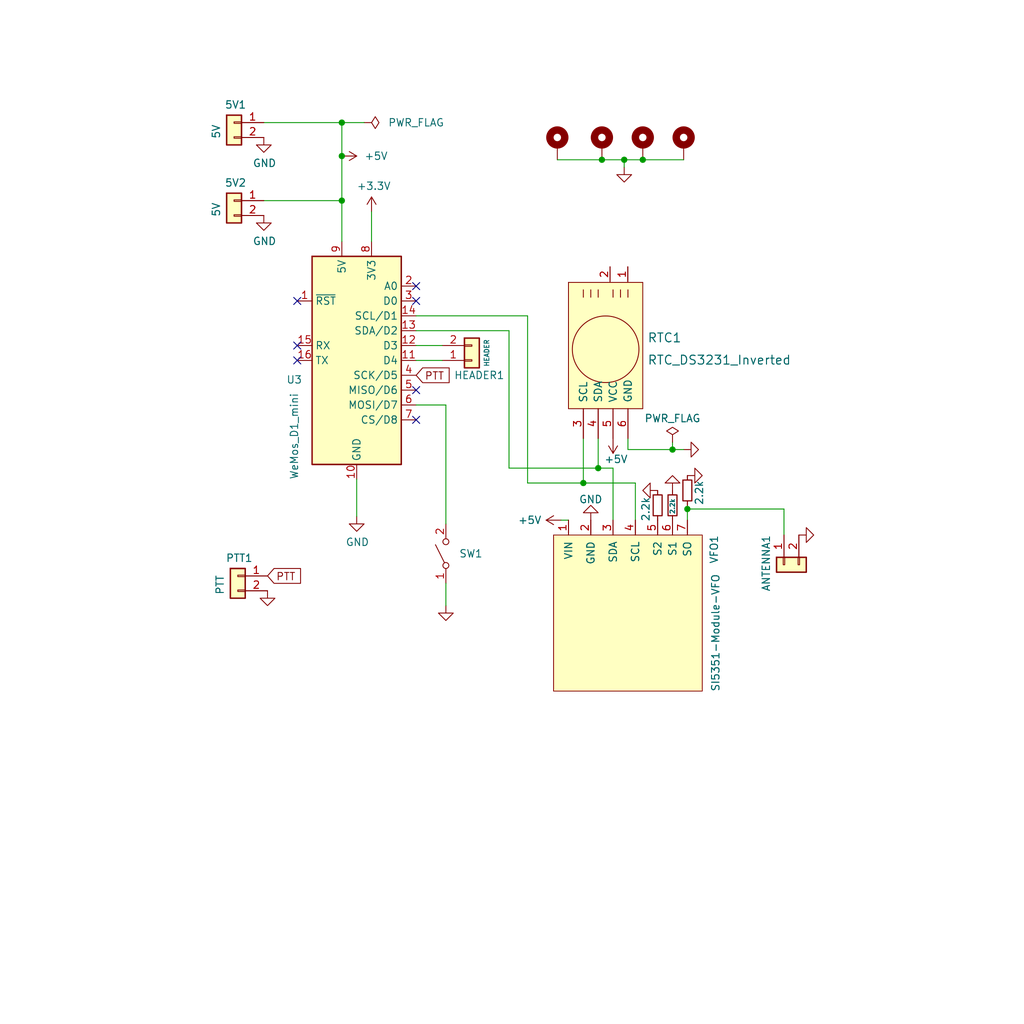
<source format=kicad_sch>
(kicad_sch (version 20211123) (generator eeschema)
  (paper "User" 175.006 175.006)
  (title_block (title "Easy-Digital-Beacons") (date "2022-11-20") (rev "V0.03") (company "Dhiru Kholia (VU3CER)"))
  (lib_symbols
    (symbol "Connector_Generic:Conn_01x02" (pin_names (offset 1.016) hide)
      (property "Reference" "J" (at 0 2.54 0))
      (property "Value" "Conn_01x02" (at 0 -5.08 0))
      (symbol "Conn_01x02_1_1"
        (rectangle (start -1.27 -2.413) (end 0 -2.667) (stroke (width 0.1524)))
        (rectangle (start -1.27 0.127) (end 0 -0.127) (stroke (width 0.1524)))
        (rectangle (start -1.27 1.27) (end 1.27 -3.81) (stroke (width 0.254)) (fill (type background)))
        (pin passive line (at -5.08 0 0) (length 3.81) (name "Pin_1") (number "1"))
        (pin passive line (at -5.08 -2.54 0) (length 3.81) (name "Pin_2") (number "2"))
      )
    )
    (symbol "Control-Board-rescue:SI5351Module_2-VFO-SDR_SSB-rescue-Hack-v1-rescue" (pin_names (offset 1.016))
      (property "Reference" "U" (at 0 0 0))
      (property "Value" "SI5351Module_2-VFO-SDR_SSB-rescue-Hack-v1-rescue" (at 0 0 0))
      (symbol "SI5351Module_2-VFO-SDR_SSB-rescue-Hack-v1-rescue_0_1"
        (rectangle (start -12.7 12.7) (end 13.97 -12.7) (fill (type background)))
      )
      (symbol "SI5351Module_2-VFO-SDR_SSB-rescue-Hack-v1-rescue_1_1"
        (pin input line (at -15.24 -10.16 0) (length 2.54) (name "VIN") (number "1"))
        (pin input line (at -15.24 -6.35 0) (length 2.54) (name "GND") (number "2"))
        (pin input line (at -15.24 -2.54 0) (length 2.54) (name "SDA") (number "3"))
        (pin input line (at -15.24 1.27 0) (length 2.54) (name "SCL") (number "4"))
        (pin output line (at -15.24 5.08 0) (length 2.54) (name "S2") (number "5"))
        (pin output line (at -15.24 7.62 0) (length 2.54) (name "S1") (number "6"))
        (pin output line (at -15.24 10.16 0) (length 2.54) (name "SO") (number "7"))
      )
    )
    (symbol "Device:R_Small" (pin_numbers hide) (pin_names (offset 0.254) hide)
      (property "Reference" "R" (at 0.762 0.508 0))
      (property "Value" "R_Small" (at 0.762 -1.016 0))
      (symbol "R_Small_0_1"
        (rectangle (start -0.762 1.778) (end 0.762 -1.778) (stroke (width 0.2032)))
      )
      (symbol "R_Small_1_1"
        (pin passive line (at 0 2.54 270) (length 0.762) (name "~") (number "1"))
        (pin passive line (at 0 -2.54 90) (length 0.762) (name "~") (number "2"))
      )
    )
    (symbol "MCU_Module:WeMos_D1_mini"
      (property "Reference" "U" (at 3.81 19.05 0))
      (property "Value" "WeMos_D1_mini" (at 1.27 -19.05 0))
      (symbol "WeMos_D1_mini_1_1"
        (rectangle (start -7.62 17.78) (end 7.62 -17.78) (stroke (width 0.254)) (fill (type background)))
        (pin input line (at -10.16 10.16 0) (length 2.54) (name "~{RST}") (number "1"))
        (pin power_in line (at 0 -20.32 90) (length 2.54) (name "GND") (number "10"))
        (pin bidirectional line (at 10.16 0 180) (length 2.54) (name "D4") (number "11"))
        (pin bidirectional line (at 10.16 2.54 180) (length 2.54) (name "D3") (number "12"))
        (pin bidirectional line (at 10.16 5.08 180) (length 2.54) (name "SDA/D2") (number "13"))
        (pin bidirectional line (at 10.16 7.62 180) (length 2.54) (name "SCL/D1") (number "14"))
        (pin input line (at -10.16 2.54 0) (length 2.54) (name "RX") (number "15"))
        (pin output line (at -10.16 0 0) (length 2.54) (name "TX") (number "16"))
        (pin input line (at 10.16 12.7 180) (length 2.54) (name "A0") (number "2"))
        (pin bidirectional line (at 10.16 10.16 180) (length 2.54) (name "D0") (number "3"))
        (pin bidirectional line (at 10.16 -2.54 180) (length 2.54) (name "SCK/D5") (number "4"))
        (pin bidirectional line (at 10.16 -5.08 180) (length 2.54) (name "MISO/D6") (number "5"))
        (pin bidirectional line (at 10.16 -7.62 180) (length 2.54) (name "MOSI/D7") (number "6"))
        (pin bidirectional line (at 10.16 -10.16 180) (length 2.54) (name "CS/D8") (number "7"))
        (pin power_out line (at 2.54 20.32 270) (length 2.54) (name "3V3") (number "8"))
        (pin power_in line (at -2.54 20.32 270) (length 2.54) (name "5V") (number "9"))
      )
    )
    (symbol "Mechanical:MountingHole_Pad" (pin_numbers hide) (pin_names (offset 1.016) hide)
      (property "Reference" "H" (at 0 6.35 0))
      (property "Value" "MountingHole_Pad" (at 0 4.445 0))
      (symbol "MountingHole_Pad_0_1"
        (circle (center 0 1.27) (radius 1.27) (stroke (width 1.27)))
      )
      (symbol "MountingHole_Pad_1_1"
        (pin input line (at 0 -2.54 90) (length 2.54) (name "1") (number "1"))
      )
    )
    (symbol "Switch:SW_SPST" (pin_names (offset 0) hide)
      (property "Reference" "SW" (at 0 3.175 0))
      (property "Value" "SW_SPST" (at 0 -2.54 0))
      (symbol "SW_SPST_0_0"
        (circle (center -2.032 0) (radius 0.508))
        (polyline (pts (xy -1.524 0.254) (xy 1.524 1.778)))
        (circle (center 2.032 0) (radius 0.508))
      )
      (symbol "SW_SPST_1_1"
        (pin passive line (at -5.08 0 0) (length 2.54) (name "A") (number "1"))
        (pin passive line (at 5.08 0 180) (length 2.54) (name "B") (number "2"))
      )
    )
    (symbol "power:+3.3V" (power) (pin_names (offset 0))
      (property "Value" "+3.3V" (at 0 3.556 0))
      (symbol "+3.3V_0_1"
        (polyline (pts (xy -0.762 1.27) (xy 0 2.54)))
        (polyline (pts (xy 0 0) (xy 0 2.54)))
        (polyline (pts (xy 0 2.54) (xy 0.762 1.27)))
      )
      (symbol "+3.3V_1_1"
        (pin power_in line (at 0 0 90) (length 0) hide (name "+3.3V") (number "1"))
      )
    )
    (symbol "power:+5V" (power) (pin_names (offset 0))
      (property "Value" "+5V" (at 0 3.556 0))
      (symbol "+5V_0_1"
        (polyline (pts (xy -0.762 1.27) (xy 0 2.54)))
        (polyline (pts (xy 0 0) (xy 0 2.54)))
        (polyline (pts (xy 0 2.54) (xy 0.762 1.27)))
      )
      (symbol "+5V_1_1"
        (pin power_in line (at 0 0 90) (length 0) hide (name "+5V") (number "1"))
      )
    )
    (symbol "power:GND" (power) (pin_names (offset 0))
      (property "Value" "GND" (at 0 -3.81 0))
      (symbol "GND_0_1"
        (polyline (pts (xy 0 0) (xy 0 -1.27) (xy 1.27 -1.27) (xy 0 -2.54) (xy -1.27 -1.27) (xy 0 -1.27)))
      )
      (symbol "GND_1_1"
        (pin power_in line (at 0 0 270) (length 0) hide (name "GND") (number "1"))
      )
    )
    (symbol "power:PWR_FLAG" (power) (pin_numbers hide) (pin_names (offset 0) hide)
      (property "Value" "PWR_FLAG" (at 0 3.81 0))
      (symbol "PWR_FLAG_0_0"
        (pin power_out line (at 0 0 90) (length 0) (name "pwr") (number "1"))
      )
      (symbol "PWR_FLAG_0_1"
        (polyline (pts (xy 0 0) (xy 0 1.27) (xy -1.016 1.905) (xy 0 2.54) (xy 1.016 1.905) (xy 0 1.27)))
      )
    )
    (symbol "rtc_ds3231_inverted:RTC_DS3231_Inverted" (pin_names (offset 1.016))
      (property "Reference" "RTC1" (at -6.6548 -2.0828 0))
      (property "Value" "RTC_DS3231" (at 9.1694 -5.6134 0))
      (symbol "RTC_DS3231_Inverted_0_1"
        (rectangle (start -11.43 7.62) (end 10.16 -5.08) (fill (type background)))
        (polyline (pts (xy -10.16 -2.54) (xy -8.89 -2.54)))
        (polyline (pts (xy -10.16 -1.27) (xy -8.89 -1.27)))
        (polyline (pts (xy -10.16 0) (xy -8.89 0)))
        (polyline (pts (xy -10.16 2.54) (xy -8.89 2.54)))
        (polyline (pts (xy -10.16 3.81) (xy -8.89 3.81)))
        (polyline (pts (xy -10.16 5.08) (xy -8.89 5.08)))
        (circle (center 0 1.27) (radius 5.6896))
      )
      (symbol "RTC_DS3231_Inverted_1_1"
        (pin free line (at -14.097 5.0546 0) (length 2.54) (name "") (number "1"))
        (pin free line (at -14.097 2.032 0) (length 2.54) (name "") (number "2"))
        (pin input line (at 15.24 -2.54 180) (length 5.08) (name "SCL") (number "3"))
        (pin bidirectional line (at 15.24 0 180) (length 5.08) (name "SDA") (number "4"))
        (pin power_in line (at 15.24 2.54 180) (length 5.08) (name "VCC") (number "5"))
        (pin power_in line (at 15.24 5.08 180) (length 5.08) (name "GND") (number "6"))
      )
    )
  )
  (junction (at 106.68 27.305))
  (junction (at 58.42 26.67))
  (junction (at 114.935 76.835))
  (junction (at 102.235 80.01))
  (junction (at 117.475 86.995))
  (junction (at 102.87 27.305))
  (junction (at 109.855 27.305))
  (junction (at 58.42 20.955))
  (junction (at 58.42 34.29))
  (junction (at 99.695 82.55))
  (no_connect (at 50.8 61.595))
  (no_connect (at 71.12 71.755))
  (no_connect (at 71.12 51.435))
  (no_connect (at 71.12 48.895))
  (no_connect (at 50.8 59.055))
  (no_connect (at 71.12 66.675))
  (no_connect (at 50.8 51.435))
  (wire (pts (xy 86.995 80.01) (xy 102.235 80.01)))
  (wire (pts (xy 58.42 26.67) (xy 58.42 34.29)))
  (wire (pts (xy 86.995 56.515) (xy 86.995 80.01)))
  (wire (pts (xy 71.12 69.215) (xy 76.2 69.215)))
  (wire (pts (xy 71.12 56.515) (xy 86.995 56.515)))
  (wire (pts (xy 102.235 74.93) (xy 102.235 80.01)))
  (wire (pts (xy 99.695 82.55) (xy 108.585 82.55)))
  (wire (pts (xy 45.085 34.29) (xy 58.42 34.29)))
  (wire (pts (xy 45.085 20.955) (xy 58.42 20.955)))
  (wire (pts (xy 107.315 74.93) (xy 107.315 76.835)))
  (wire (pts (xy 76.2 69.215) (xy 76.2 89.535)))
  (wire (pts (xy 114.935 75.565) (xy 114.935 76.835)))
  (wire (pts (xy 106.68 27.305) (xy 106.68 28.575)))
  (wire (pts (xy 95.885 88.9) (xy 97.155 88.9)))
  (wire (pts (xy 108.585 82.55) (xy 108.585 88.9)))
  (wire (pts (xy 117.475 86.995) (xy 133.985 86.995)))
  (wire (pts (xy 76.2 103.505) (xy 76.2 99.695)))
  (wire (pts (xy 117.475 86.995) (xy 117.475 88.9)))
  (wire (pts (xy 60.96 88.265) (xy 60.96 81.915)))
  (wire (pts (xy 116.84 76.835) (xy 114.935 76.835)))
  (wire (pts (xy 102.87 27.305) (xy 106.68 27.305)))
  (wire (pts (xy 90.17 82.55) (xy 99.695 82.55)))
  (wire (pts (xy 58.42 20.955) (xy 58.42 26.67)))
  (wire (pts (xy 71.12 53.975) (xy 90.17 53.975)))
  (wire (pts (xy 71.12 61.595) (xy 75.565 61.595)))
  (wire (pts (xy 99.695 74.93) (xy 99.695 82.55)))
  (wire (pts (xy 71.12 59.055) (xy 75.565 59.055)))
  (wire (pts (xy 90.17 53.975) (xy 90.17 82.55)))
  (wire (pts (xy 114.935 76.835) (xy 107.315 76.835)))
  (wire (pts (xy 58.42 20.955) (xy 62.23 20.955)))
  (wire (pts (xy 63.5 36.195) (xy 63.5 41.275)))
  (wire (pts (xy 133.985 86.995) (xy 133.985 91.44)))
  (wire (pts (xy 58.42 41.275) (xy 58.42 34.29)))
  (wire (pts (xy 104.775 88.9) (xy 104.775 80.01)))
  (wire (pts (xy 95.25 27.305) (xy 102.87 27.305)))
  (wire (pts (xy 102.235 80.01) (xy 104.775 80.01)))
  (wire (pts (xy 106.68 27.305) (xy 109.855 27.305)))
  (wire (pts (xy 117.475 86.36) (xy 117.475 86.995)))
  (wire (pts (xy 109.855 27.305) (xy 116.84 27.305)))
  (global_label "PTT" (shape input) (at 71.12 64.135 0) (property "Intersheet References" "${INTERSHEET_REFS}" (effects hide)))
  (global_label "PTT" (shape input) (at 45.72 98.425 0) (property "Intersheet References" "${INTERSHEET_REFS}" (effects hide)))
  (symbol (lib_id "Control-Board-rescue:SI5351Module_2-VFO-SDR_SSB-rescue-Hack-v1-rescue") (at 107.315 104.14 270) (unit 1)
    (property "Reference" "VFO1" (at 122.047 91.44 0) (effects (justify left)))
    (property "Value" "SI5351-Module-VFO" (at 122.301 98.044 0) (effects (justify left)))
    (property "Footprint" "Connector_PinSocket_2.54mm:PinSocket_1x07_P2.54mm_Vertical" (effects hide))
  )
  (symbol (lib_id "power:GND") (at 100.965 88.9 180) (unit 1)
    (property "Reference" "#PWR0108" (effects hide))
    (property "Value" "GND" (at 100.965 85.344 0))
  )
  (symbol (lib_id "MCU_Module:WeMos_D1_mini") (at 60.96 61.595 0) (unit 1)
    (property "Reference" "U3" (at 50.292 64.897 0))
    (property "Value" "WeMos_D1_mini" (at 50.292 74.549 90))
    (property "Footprint" "Module:WEMOS_D1_mini_light" (effects hide))
    (property "Datasheet" "https://wiki.wemos.cc/products:d1:d1_mini#documentation" (effects hide))
  )
  (symbol (lib_id "Switch:SW_SPST") (at 76.2 94.615 90) (unit 1)
    (property "Reference" "SW1" (at 78.4352 94.615 90) (effects (justify right)))
    (property "Value" "SW_SPST" (effects hide))
    (property "Footprint" "Connector_PinHeader_2.54mm:PinHeader_1x02_P2.54mm_Vertical" (effects hide))
  )
  (symbol (lib_id "Connector_Generic:Conn_01x02") (at 40.005 34.29 0) (mirror y) (unit 1)
    (property "Reference" "5V2" (at 40.259 31.242 0))
    (property "Value" "5V" (at 36.957 35.814 90))
    (property "Footprint" "Connector_PinHeader_2.54mm:PinHeader_1x02_P2.54mm_Vertical" (effects hide))
  )
  (symbol (lib_id "power:GND") (at 76.2 103.505 0) (unit 1)
    (property "Reference" "#PWR0105" (effects hide))
    (property "Value" "GND" (effects hide))
  )
  (symbol (lib_id "power:+3.3V") (at 63.5 36.195 0) (unit 1)
    (property "Reference" "#PWR0106" (effects hide))
    (property "Value" "+3.3V" (at 63.881 31.8008 0))
  )
  (symbol (lib_id "power:GND") (at 45.085 36.83 0) (unit 1)
    (property "Reference" "#PWR0102" (effects hide))
    (property "Value" "GND" (at 45.212 41.2242 0))
  )
  (symbol (lib_id "Connector_Generic:Conn_01x02") (at 40.005 20.955 0) (mirror y) (unit 1)
    (property "Reference" "5V1" (at 40.259 17.907 0))
    (property "Value" "5V" (at 36.957 22.479 90))
    (property "Footprint" "Connector_PinHeader_2.54mm:PinHeader_1x02_P2.54mm_Vertical" (effects hide))
  )
  (symbol (lib_id "power:GND") (at 45.085 23.495 0) (unit 1)
    (property "Reference" "#PWR0110" (effects hide))
    (property "Value" "GND" (at 45.212 27.8892 0))
  )
  (symbol (lib_id "power:GND") (at 60.96 88.265 0) (unit 1)
    (property "Reference" "#PWR0111" (effects hide))
    (property "Value" "GND" (at 61.087 92.6592 0))
  )
  (symbol (lib_id "power:GND") (at 116.84 76.835 90) (unit 1)
    (property "Reference" "#PWR0104" (effects hide))
    (property "Value" "GND" (effects hide))
  )
  (symbol (lib_id "power:+5V") (at 95.885 88.9 90) (unit 1)
    (property "Reference" "#PWR05" (effects hide))
    (property "Value" "+5V" (at 92.583 88.8999 90) (effects (justify left)))
  )
  (symbol (lib_id "Mechanical:MountingHole_Pad") (at 95.25 24.765 0) (unit 1)
    (property "Reference" "H1" (effects hide))
    (property "Value" "MountingHole" (effects hide))
    (property "Footprint" "MountingHole:MountingHole_2.2mm_M2_Pad_Via" (effects hide))
  )
  (symbol (lib_id "Device:R_Small") (at 117.475 83.82 0) (unit 1)
    (property "Reference" "R3" (effects hide))
    (property "Value" "2.2k" (at 119.507 86.36 90) (effects (justify left)))
    (property "Footprint" "Resistor_SMD:R_1206_3216Metric_Pad1.30x1.75mm_HandSolder" (effects hide))
  )
  (symbol (lib_id "power:PWR_FLAG") (at 62.23 20.955 270) (unit 1)
    (property "Reference" "#FLG0101" (effects hide))
    (property "Value" "PWR_FLAG" (at 66.294 20.9549 90) (effects (justify left)))
  )
  (symbol (lib_id "Connector_Generic:Conn_01x02") (at 133.985 96.52 90) (mirror x) (unit 1)
    (property "Reference" "ANTENNA1" (at 130.937 96.266 0))
    (property "Value" "ANTENNA" (effects hide))
    (property "Footprint" "TerminalBlock:TerminalBlock_bornier-2_P5.08mm" (effects hide))
  )
  (symbol (lib_id "power:PWR_FLAG") (at 114.935 75.565 0) (unit 1)
    (property "Reference" "#FLG0102" (effects hide))
    (property "Value" "PWR_FLAG" (at 114.935 71.501 0))
  )
  (symbol (lib_id "Device:R_Small") (at 112.395 86.36 0) (unit 1)
    (property "Reference" "R1" (effects hide))
    (property "Value" "2.2k" (at 110.363 89.154 90) (effects (justify left)))
    (property "Footprint" "Resistor_SMD:R_1206_3216Metric_Pad1.30x1.75mm_HandSolder" (effects hide))
  )
  (symbol (lib_id "Mechanical:MountingHole_Pad") (at 116.84 24.765 0) (unit 1)
    (property "Reference" "H4" (effects hide))
    (property "Value" "MountingHole" (effects hide))
    (property "Footprint" "MountingHole:MountingHole_2.2mm_M2_Pad_Via" (effects hide))
  )
  (symbol (lib_id "Device:R_Small") (at 114.935 86.36 0) (unit 1)
    (property "Reference" "R2" (effects hide))
    (property "Value" "2.2k" (at 114.935 87.884 90) (effects (font (size 0.8 0.8)) (justify left)))
    (property "Footprint" "Resistor_SMD:R_1206_3216Metric_Pad1.30x1.75mm_HandSolder" (effects hide))
  )
  (symbol (lib_id "power:GND") (at 114.935 83.82 180) (unit 1)
    (property "Reference" "#PWR02" (effects hide))
    (property "Value" "GND" (effects hide))
  )
  (symbol (lib_id "power:GND") (at 45.72 100.965 0) (unit 1)
    (property "Reference" "#PWR04" (effects hide))
    (property "Value" "GND" (effects hide))
  )
  (symbol (lib_id "power:GND") (at 112.395 83.82 270) (unit 1)
    (property "Reference" "#PWR01" (effects hide))
    (property "Value" "GND" (effects hide))
  )
  (symbol (lib_id "power:GND") (at 106.68 28.575 0) (unit 1)
    (property "Reference" "#PWR07" (effects hide))
    (property "Value" "GND" (effects hide))
  )
  (symbol (lib_id "Connector_Generic:Conn_01x02") (at 80.645 61.595 0) (mirror x) (unit 1)
    (property "Reference" "HEADER1" (at 81.915 64.135 0))
    (property "Value" "HEADER" (at 83.185 60.325 90) (effects (font (size 0.8 0.8))))
    (property "Footprint" "Connector_PinHeader_2.54mm:PinHeader_1x02_P2.54mm_Vertical" (effects hide))
  )
  (symbol (lib_id "power:+5V") (at 104.775 74.93 180) (unit 1)
    (property "Reference" "#PWR06" (effects hide))
    (property "Value" "+5V" (at 105.283 78.486 0))
  )
  (symbol (lib_id "power:GND") (at 117.475 81.28 90) (unit 1)
    (property "Reference" "#PWR03" (effects hide))
    (property "Value" "GND" (effects hide))
  )
  (symbol (lib_id "power:GND") (at 136.525 91.44 90) (unit 1)
    (property "Reference" "#PWR0101" (effects hide))
    (property "Value" "GND" (effects hide))
  )
  (symbol (lib_id "Connector_Generic:Conn_01x02") (at 40.64 98.425 0) (mirror y) (unit 1)
    (property "Reference" "PTT1" (at 40.894 95.377 0))
    (property "Value" "PTT" (at 37.592 99.949 90))
    (property "Footprint" "Connector_PinHeader_2.54mm:PinHeader_1x02_P2.54mm_Vertical" (effects hide))
  )
  (symbol (lib_id "rtc_ds3231_inverted:RTC_DS3231_Inverted") (at 102.235 59.69 270) (unit 1)
    (property "Reference" "RTC1" (at 110.617 57.7215 90) (effects (font (size 1.524 1.524)) (justify left)))
    (property "Value" "RTC_DS3231_Inverted" (at 110.617 61.5315 90) (effects (font (size 1.524 1.524)) (justify left)))
    (property "Footprint" "Connector_PinSocket_2.54mm:PinSocket_1x06_P2.54mm_Horizontal" (effects hide))
  )
  (symbol (lib_id "Mechanical:MountingHole_Pad") (at 102.87 24.765 0) (unit 1)
    (property "Reference" "H2" (effects hide))
    (property "Value" "MountingHole" (effects hide))
    (property "Footprint" "MountingHole:MountingHole_2.2mm_M2_Pad_Via" (effects hide))
  )
  (symbol (lib_id "Mechanical:MountingHole_Pad") (at 109.855 24.765 0) (unit 1)
    (property "Reference" "H3" (effects hide))
    (property "Value" "MountingHole" (effects hide))
    (property "Footprint" "MountingHole:MountingHole_2.2mm_M2_Pad_Via" (effects hide))
  )
  (symbol (lib_id "power:+5V") (at 58.42 26.67 270) (unit 1)
    (property "Reference" "#PWR0107" (effects hide))
    (property "Value" "+5V" (at 62.23 26.6699 90) (effects (justify left)))
  )
)
</source>
